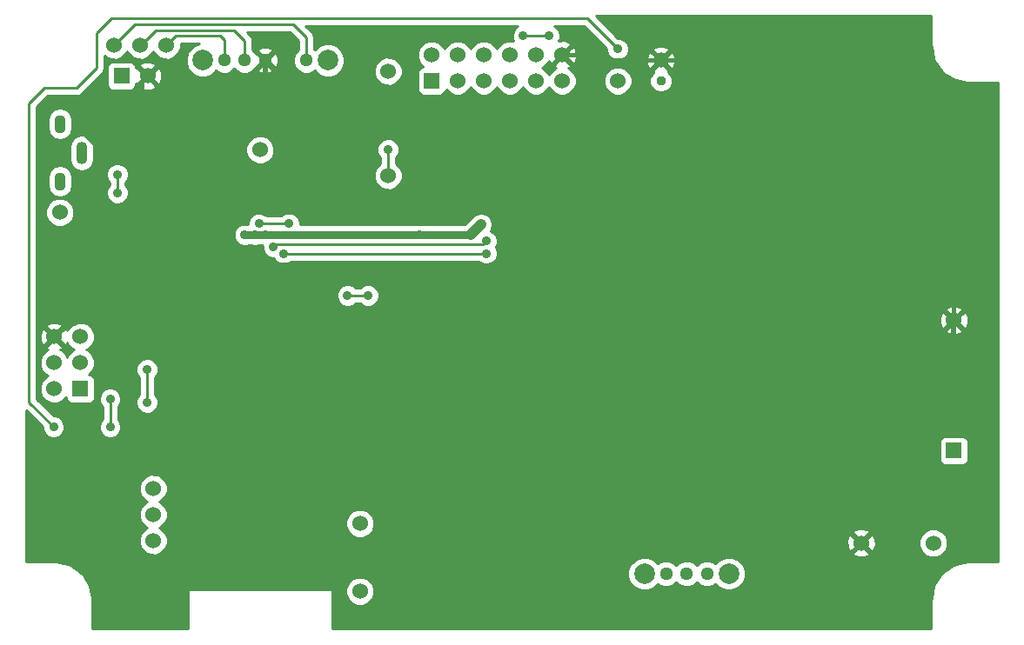
<source format=gbl>
%FSLAX34Y34*%
G04 Gerber Fmt 3.4, Leading zero omitted, Abs format*
G04 (created by PCBNEW (2014-jan-25)-product) date Sat 06 Jun 2015 15:54:02 BST*
%MOIN*%
G01*
G70*
G90*
G04 APERTURE LIST*
%ADD10C,0.005906*%
%ADD11R,0.060000X0.060000*%
%ADD12C,0.060000*%
%ADD13C,0.051200*%
%ADD14C,0.078700*%
%ADD15C,0.059055*%
%ADD16C,0.037402*%
%ADD17O,0.043300X0.070900*%
%ADD18O,0.043300X0.086600*%
%ADD19C,0.035000*%
%ADD20C,0.040315*%
%ADD21C,0.030000*%
%ADD22C,0.010000*%
%ADD23C,0.015000*%
%ADD24C,0.020157*%
G04 APERTURE END LIST*
G54D10*
G54D11*
X45669Y-53543D03*
G54D12*
X45669Y-48543D03*
G54D11*
X12204Y-51181D03*
G54D12*
X11204Y-51181D03*
X12204Y-50181D03*
X11204Y-50181D03*
X12204Y-49181D03*
X11204Y-49181D03*
G54D11*
X13779Y-39173D03*
G54D12*
X14779Y-39173D03*
X44881Y-57086D03*
X42125Y-57086D03*
X15000Y-57000D03*
X15000Y-55000D03*
X15000Y-56000D03*
X13500Y-38000D03*
X14500Y-38000D03*
X15500Y-38000D03*
X22913Y-56338D03*
X22913Y-58937D03*
X19094Y-42007D03*
X11417Y-44409D03*
X24000Y-43000D03*
X24000Y-39000D03*
X32795Y-39370D03*
G54D11*
X25665Y-39370D03*
G54D12*
X25665Y-38370D03*
X26665Y-39370D03*
X26665Y-38370D03*
X27665Y-39370D03*
X27665Y-38370D03*
X28665Y-38370D03*
X28665Y-39370D03*
X29665Y-38370D03*
X29665Y-39370D03*
X30665Y-38370D03*
X30665Y-39370D03*
G54D13*
X36220Y-58267D03*
X35433Y-58267D03*
X34645Y-58267D03*
G54D14*
X37047Y-58267D03*
X33818Y-58267D03*
G54D13*
X20866Y-38582D03*
X19291Y-38582D03*
X18503Y-38582D03*
G54D14*
X21693Y-38582D03*
X16889Y-38582D03*
G54D13*
X17716Y-38582D03*
G54D15*
X34448Y-38582D03*
G54D16*
X34448Y-39370D03*
G54D17*
X11417Y-43227D03*
X11417Y-41023D03*
G54D18*
X12263Y-42125D03*
G54D19*
X25196Y-45275D03*
X27559Y-44881D03*
X19291Y-45275D03*
X18503Y-45275D03*
X18897Y-45275D03*
X27165Y-45275D03*
X13622Y-43661D03*
X13622Y-42952D03*
X42125Y-55708D03*
X23228Y-46850D03*
X21653Y-39921D03*
X12165Y-41181D03*
X15354Y-53937D03*
X13031Y-53858D03*
X12598Y-46850D03*
X14566Y-39921D03*
X15748Y-39921D03*
X19291Y-39921D03*
X18110Y-39921D03*
X20669Y-44409D03*
X19291Y-44409D03*
X18031Y-43661D03*
X18031Y-44803D03*
X19173Y-46417D03*
X20590Y-46417D03*
X13779Y-45669D03*
X13779Y-46850D03*
X16535Y-51968D03*
X22440Y-51968D03*
X17716Y-51968D03*
X22834Y-55511D03*
X39763Y-55708D03*
X25196Y-55708D03*
X31889Y-57086D03*
X27952Y-57086D03*
X30511Y-57086D03*
X19606Y-45748D03*
X27755Y-45511D03*
X27755Y-45984D03*
X20000Y-45984D03*
X30157Y-37637D03*
X29173Y-37637D03*
X24000Y-42000D03*
X32795Y-38149D03*
X11181Y-52637D03*
X13346Y-52637D03*
X13346Y-51574D03*
X22440Y-47598D03*
X23228Y-47598D03*
X19055Y-44842D03*
X20196Y-44842D03*
X14763Y-50433D03*
X14763Y-51692D03*
G54D20*
X27559Y-44881D02*
X27165Y-45275D01*
G54D21*
X18897Y-45275D02*
X18503Y-45275D01*
X19291Y-45275D02*
X25196Y-45275D01*
X25196Y-45275D02*
X27165Y-45275D01*
X19291Y-45275D02*
X18897Y-45275D01*
G54D22*
X13622Y-42952D02*
X13622Y-43661D01*
G54D23*
X14566Y-39385D02*
X14779Y-39173D01*
X14566Y-39921D02*
X14566Y-39385D01*
X42913Y-55708D02*
X42913Y-55748D01*
X14779Y-39173D02*
X14779Y-39000D01*
X14779Y-39000D02*
X14566Y-39212D01*
G54D24*
X19291Y-44409D02*
X18779Y-44409D01*
X18779Y-44409D02*
X18031Y-43661D01*
X19291Y-39921D02*
X21653Y-39921D01*
X19291Y-38582D02*
X19291Y-39921D01*
X12598Y-46850D02*
X12598Y-43228D01*
X12913Y-41929D02*
X12165Y-41181D01*
X12913Y-42913D02*
X12913Y-41929D01*
X12598Y-43228D02*
X12913Y-42913D01*
X13425Y-39921D02*
X14566Y-39921D01*
X12165Y-41181D02*
X13425Y-39921D01*
G54D23*
X18110Y-39921D02*
X15748Y-39921D01*
X18031Y-44803D02*
X14645Y-44803D01*
X14645Y-44803D02*
X13779Y-45669D01*
X22440Y-51968D02*
X22440Y-48267D01*
X22440Y-48267D02*
X20590Y-46417D01*
X18031Y-44803D02*
X18031Y-45984D01*
X18464Y-46417D02*
X19173Y-46417D01*
X18031Y-45984D02*
X18464Y-46417D01*
X22834Y-55511D02*
X22834Y-52362D01*
X22834Y-52362D02*
X22440Y-51968D01*
X16535Y-51968D02*
X15354Y-53149D01*
X15354Y-53149D02*
X15354Y-53937D01*
X11204Y-49181D02*
X11204Y-49149D01*
X11204Y-49149D02*
X12598Y-47755D01*
X12598Y-47755D02*
X12598Y-46850D01*
X15629Y-52874D02*
X16535Y-51968D01*
X14015Y-52874D02*
X15629Y-52874D01*
X13031Y-53858D02*
X14015Y-52874D01*
X12598Y-46850D02*
X13779Y-46850D01*
X34448Y-38582D02*
X32480Y-38582D01*
X32267Y-38370D02*
X30665Y-38370D01*
X32480Y-38582D02*
X32267Y-38370D01*
G54D24*
X14566Y-39921D02*
X15748Y-39921D01*
X18110Y-39921D02*
X19291Y-39921D01*
X20669Y-44409D02*
X19291Y-44409D01*
X18031Y-44803D02*
X18031Y-43661D01*
X19173Y-46417D02*
X20590Y-46417D01*
X31889Y-57086D02*
X31889Y-56496D01*
X32677Y-55708D02*
X39763Y-55708D01*
X31889Y-56496D02*
X32677Y-55708D01*
X27952Y-57086D02*
X27952Y-56496D01*
X27165Y-55708D02*
X25196Y-55708D01*
X27952Y-56496D02*
X27165Y-55708D01*
X39763Y-55708D02*
X42125Y-55708D01*
X42125Y-55708D02*
X42913Y-55708D01*
X42913Y-55708D02*
X43897Y-55708D01*
X43897Y-55708D02*
X44488Y-55118D01*
X44488Y-55118D02*
X44488Y-53149D01*
X44488Y-53149D02*
X45669Y-51968D01*
X45669Y-51968D02*
X45669Y-48543D01*
G54D23*
X13779Y-45669D02*
X13779Y-46850D01*
X16535Y-51968D02*
X17716Y-51968D01*
X22440Y-51968D02*
X17716Y-51968D01*
X34448Y-38582D02*
X42598Y-38582D01*
X42598Y-38582D02*
X45669Y-41653D01*
X45669Y-41653D02*
X45669Y-48543D01*
X22834Y-55511D02*
X23031Y-55708D01*
X23031Y-55708D02*
X25196Y-55708D01*
X31889Y-57086D02*
X30511Y-57086D01*
X27952Y-57086D02*
X30511Y-57086D01*
G54D22*
X19724Y-45629D02*
X19606Y-45748D01*
X27637Y-45629D02*
X19724Y-45629D01*
X27755Y-45511D02*
X27637Y-45629D01*
X27755Y-45984D02*
X20000Y-45984D01*
X29173Y-37637D02*
X30157Y-37637D01*
X24000Y-42000D02*
X24000Y-43000D01*
X31614Y-36968D02*
X32795Y-38149D01*
X13385Y-36968D02*
X31614Y-36968D01*
X12834Y-37519D02*
X13385Y-36968D01*
X12834Y-38858D02*
X12834Y-37519D01*
X12047Y-39645D02*
X12834Y-38858D01*
X10826Y-39645D02*
X12047Y-39645D01*
X10236Y-40236D02*
X10826Y-39645D01*
X10236Y-51692D02*
X10236Y-40236D01*
X11181Y-52637D02*
X10236Y-51692D01*
X13346Y-51574D02*
X13346Y-52637D01*
X23228Y-47598D02*
X22440Y-47598D01*
X19055Y-44842D02*
X20196Y-44842D01*
X14763Y-50433D02*
X14763Y-51692D01*
X20866Y-38582D02*
X20866Y-37716D01*
X14295Y-37204D02*
X13500Y-38000D01*
X20354Y-37204D02*
X14295Y-37204D01*
X20866Y-37716D02*
X20354Y-37204D01*
X14500Y-38000D02*
X14519Y-38000D01*
X14519Y-38000D02*
X15078Y-37440D01*
X15078Y-37440D02*
X18110Y-37440D01*
X18110Y-37440D02*
X18503Y-37834D01*
X18503Y-37834D02*
X18503Y-38582D01*
X17716Y-38582D02*
X17716Y-37795D01*
X15859Y-37640D02*
X15500Y-38000D01*
X17562Y-37640D02*
X15859Y-37640D01*
X17716Y-37795D02*
X17562Y-37640D01*
G54D10*
G36*
X47368Y-57801D02*
X46259Y-57801D01*
X46233Y-57806D01*
X46224Y-57806D01*
X46224Y-48625D01*
X46213Y-48406D01*
X46150Y-48255D01*
X46055Y-48228D01*
X45984Y-48298D01*
X45984Y-48157D01*
X45957Y-48062D01*
X45751Y-47988D01*
X45532Y-47999D01*
X45381Y-48062D01*
X45354Y-48157D01*
X45669Y-48472D01*
X45984Y-48157D01*
X45984Y-48298D01*
X45740Y-48543D01*
X46055Y-48858D01*
X46150Y-48831D01*
X46224Y-48625D01*
X46224Y-57806D01*
X46219Y-57806D01*
X46219Y-53893D01*
X46219Y-53793D01*
X46219Y-53193D01*
X46181Y-53101D01*
X46110Y-53031D01*
X46019Y-52993D01*
X45984Y-52993D01*
X45984Y-48929D01*
X45669Y-48614D01*
X45598Y-48684D01*
X45598Y-48543D01*
X45283Y-48228D01*
X45188Y-48255D01*
X45114Y-48461D01*
X45125Y-48680D01*
X45188Y-48831D01*
X45283Y-48858D01*
X45598Y-48543D01*
X45598Y-48684D01*
X45354Y-48929D01*
X45381Y-49024D01*
X45587Y-49098D01*
X45806Y-49087D01*
X45957Y-49024D01*
X45984Y-48929D01*
X45984Y-52993D01*
X45919Y-52993D01*
X45319Y-52993D01*
X45227Y-53031D01*
X45157Y-53101D01*
X45119Y-53193D01*
X45119Y-53293D01*
X45119Y-53893D01*
X45157Y-53984D01*
X45227Y-54055D01*
X45319Y-54093D01*
X45419Y-54093D01*
X46019Y-54093D01*
X46110Y-54055D01*
X46181Y-53984D01*
X46219Y-53893D01*
X46219Y-57806D01*
X46207Y-57806D01*
X45755Y-57896D01*
X45686Y-57924D01*
X45658Y-57936D01*
X45431Y-58087D01*
X45431Y-56977D01*
X45348Y-56775D01*
X45193Y-56620D01*
X44991Y-56536D01*
X44772Y-56536D01*
X44570Y-56620D01*
X44415Y-56774D01*
X44331Y-56976D01*
X44331Y-57195D01*
X44415Y-57397D01*
X44569Y-57552D01*
X44772Y-57636D01*
X44990Y-57636D01*
X45193Y-57553D01*
X45347Y-57398D01*
X45431Y-57196D01*
X45431Y-56977D01*
X45431Y-58087D01*
X45274Y-58192D01*
X45237Y-58229D01*
X45200Y-58266D01*
X44944Y-58650D01*
X44904Y-58747D01*
X44814Y-59199D01*
X44814Y-59225D01*
X44809Y-59251D01*
X44809Y-60360D01*
X42680Y-60360D01*
X42680Y-57168D01*
X42669Y-56949D01*
X42607Y-56798D01*
X42511Y-56771D01*
X42441Y-56842D01*
X42441Y-56700D01*
X42413Y-56605D01*
X42207Y-56531D01*
X41989Y-56542D01*
X41838Y-56605D01*
X41810Y-56700D01*
X42125Y-57015D01*
X42441Y-56700D01*
X42441Y-56842D01*
X42196Y-57086D01*
X42511Y-57401D01*
X42607Y-57374D01*
X42680Y-57168D01*
X42680Y-60360D01*
X42441Y-60360D01*
X42441Y-57472D01*
X42125Y-57157D01*
X42055Y-57228D01*
X42055Y-57086D01*
X41740Y-56771D01*
X41644Y-56798D01*
X41571Y-57004D01*
X41582Y-57223D01*
X41644Y-57374D01*
X41740Y-57401D01*
X42055Y-57086D01*
X42055Y-57228D01*
X41810Y-57472D01*
X41838Y-57567D01*
X42044Y-57641D01*
X42262Y-57630D01*
X42413Y-57567D01*
X42441Y-57472D01*
X42441Y-60360D01*
X37690Y-60360D01*
X37690Y-58140D01*
X37592Y-57903D01*
X37412Y-57722D01*
X37175Y-57624D01*
X36919Y-57624D01*
X36683Y-57721D01*
X36536Y-57868D01*
X36507Y-57839D01*
X36321Y-57761D01*
X36119Y-57761D01*
X35933Y-57838D01*
X35826Y-57945D01*
X35720Y-57839D01*
X35534Y-57761D01*
X35332Y-57761D01*
X35146Y-57838D01*
X35039Y-57946D01*
X34998Y-57905D01*
X34998Y-38663D01*
X34987Y-38446D01*
X34926Y-38297D01*
X34831Y-38270D01*
X34760Y-38341D01*
X34760Y-38200D01*
X34733Y-38105D01*
X34529Y-38032D01*
X34312Y-38043D01*
X34163Y-38105D01*
X34137Y-38200D01*
X34448Y-38511D01*
X34760Y-38200D01*
X34760Y-38341D01*
X34519Y-38582D01*
X34831Y-38894D01*
X34926Y-38867D01*
X34998Y-38663D01*
X34998Y-57905D01*
X34932Y-57839D01*
X34885Y-57819D01*
X34885Y-39283D01*
X34819Y-39122D01*
X34738Y-39042D01*
X34760Y-38965D01*
X34448Y-38653D01*
X34378Y-38724D01*
X34378Y-38582D01*
X34066Y-38270D01*
X33971Y-38297D01*
X33898Y-38502D01*
X33909Y-38718D01*
X33971Y-38867D01*
X34066Y-38894D01*
X34378Y-38582D01*
X34378Y-38724D01*
X34137Y-38965D01*
X34158Y-39042D01*
X34078Y-39122D01*
X34011Y-39282D01*
X34011Y-39456D01*
X34078Y-39617D01*
X34200Y-39740D01*
X34361Y-39807D01*
X34535Y-39807D01*
X34696Y-39740D01*
X34819Y-39617D01*
X34885Y-39457D01*
X34885Y-39283D01*
X34885Y-57819D01*
X34746Y-57761D01*
X34544Y-57761D01*
X34358Y-57838D01*
X34328Y-57868D01*
X34183Y-57722D01*
X33946Y-57624D01*
X33690Y-57624D01*
X33454Y-57721D01*
X33345Y-57830D01*
X33345Y-39261D01*
X33261Y-39058D01*
X33107Y-38904D01*
X32905Y-38820D01*
X32686Y-38819D01*
X32484Y-38903D01*
X32329Y-39058D01*
X32245Y-39260D01*
X32245Y-39479D01*
X32328Y-39681D01*
X32483Y-39836D01*
X32685Y-39919D01*
X32904Y-39920D01*
X33106Y-39836D01*
X33261Y-39682D01*
X33345Y-39479D01*
X33345Y-39261D01*
X33345Y-57830D01*
X33272Y-57902D01*
X33174Y-58139D01*
X33174Y-58395D01*
X33272Y-58631D01*
X33453Y-58812D01*
X33689Y-58911D01*
X33945Y-58911D01*
X34182Y-58813D01*
X34328Y-58667D01*
X34358Y-58696D01*
X34543Y-58773D01*
X34745Y-58773D01*
X34931Y-58696D01*
X35039Y-58589D01*
X35146Y-58696D01*
X35331Y-58773D01*
X35533Y-58773D01*
X35719Y-58696D01*
X35826Y-58589D01*
X35933Y-58696D01*
X36118Y-58773D01*
X36320Y-58773D01*
X36506Y-58696D01*
X36536Y-58666D01*
X36682Y-58812D01*
X36918Y-58911D01*
X37174Y-58911D01*
X37411Y-58813D01*
X37592Y-58632D01*
X37690Y-58396D01*
X37690Y-58140D01*
X37690Y-60360D01*
X31220Y-60360D01*
X31220Y-38451D01*
X31209Y-38233D01*
X31146Y-38082D01*
X31051Y-38054D01*
X30736Y-38370D01*
X31051Y-38685D01*
X31146Y-38657D01*
X31220Y-38451D01*
X31220Y-60360D01*
X28180Y-60360D01*
X28180Y-45900D01*
X28118Y-45747D01*
X28180Y-45596D01*
X28180Y-45427D01*
X28116Y-45271D01*
X27996Y-45151D01*
X27930Y-45123D01*
X27976Y-45054D01*
X28010Y-44881D01*
X27976Y-44709D01*
X27878Y-44562D01*
X27731Y-44464D01*
X27559Y-44430D01*
X27386Y-44464D01*
X27239Y-44562D01*
X26926Y-44875D01*
X25341Y-44875D01*
X25281Y-44850D01*
X25112Y-44850D01*
X25052Y-44875D01*
X24550Y-44875D01*
X24550Y-42891D01*
X24550Y-38891D01*
X24466Y-38688D01*
X24311Y-38534D01*
X24109Y-38450D01*
X23891Y-38449D01*
X23688Y-38533D01*
X23534Y-38688D01*
X23450Y-38890D01*
X23449Y-39108D01*
X23533Y-39311D01*
X23688Y-39465D01*
X23890Y-39549D01*
X24108Y-39550D01*
X24311Y-39466D01*
X24465Y-39311D01*
X24549Y-39109D01*
X24550Y-38891D01*
X24550Y-42891D01*
X24466Y-42688D01*
X24311Y-42534D01*
X24300Y-42529D01*
X24300Y-42301D01*
X24360Y-42241D01*
X24424Y-42084D01*
X24425Y-41915D01*
X24360Y-41759D01*
X24241Y-41639D01*
X24084Y-41575D01*
X23915Y-41574D01*
X23759Y-41639D01*
X23639Y-41758D01*
X23575Y-41915D01*
X23574Y-42084D01*
X23639Y-42240D01*
X23700Y-42301D01*
X23700Y-42528D01*
X23688Y-42533D01*
X23534Y-42688D01*
X23450Y-42890D01*
X23449Y-43108D01*
X23533Y-43311D01*
X23688Y-43465D01*
X23890Y-43549D01*
X24108Y-43550D01*
X24311Y-43466D01*
X24465Y-43311D01*
X24549Y-43109D01*
X24550Y-42891D01*
X24550Y-44875D01*
X20621Y-44875D01*
X20621Y-44758D01*
X20557Y-44602D01*
X20437Y-44482D01*
X20281Y-44417D01*
X20112Y-44417D01*
X19956Y-44482D01*
X19895Y-44542D01*
X19802Y-44542D01*
X19802Y-38653D01*
X19790Y-38452D01*
X19736Y-38321D01*
X19645Y-38299D01*
X19574Y-38370D01*
X19574Y-38228D01*
X19552Y-38137D01*
X19362Y-38071D01*
X19161Y-38083D01*
X19029Y-38137D01*
X19008Y-38228D01*
X19291Y-38511D01*
X19574Y-38228D01*
X19574Y-38370D01*
X19362Y-38582D01*
X19645Y-38865D01*
X19736Y-38844D01*
X19802Y-38653D01*
X19802Y-44542D01*
X19644Y-44542D01*
X19644Y-41898D01*
X19574Y-41729D01*
X19574Y-38936D01*
X19291Y-38653D01*
X19008Y-38936D01*
X19029Y-39027D01*
X19220Y-39093D01*
X19421Y-39082D01*
X19552Y-39027D01*
X19574Y-38936D01*
X19574Y-41729D01*
X19561Y-41696D01*
X19406Y-41541D01*
X19204Y-41457D01*
X18985Y-41457D01*
X18783Y-41541D01*
X18628Y-41695D01*
X18544Y-41897D01*
X18544Y-42116D01*
X18627Y-42319D01*
X18782Y-42473D01*
X18984Y-42557D01*
X19203Y-42557D01*
X19405Y-42474D01*
X19560Y-42319D01*
X19644Y-42117D01*
X19644Y-41898D01*
X19644Y-44542D01*
X19356Y-44542D01*
X19296Y-44482D01*
X19140Y-44417D01*
X18970Y-44417D01*
X18814Y-44482D01*
X18695Y-44601D01*
X18630Y-44757D01*
X18630Y-44867D01*
X18588Y-44850D01*
X18419Y-44850D01*
X18263Y-44915D01*
X18143Y-45034D01*
X18079Y-45190D01*
X18078Y-45359D01*
X18143Y-45516D01*
X18262Y-45635D01*
X18419Y-45700D01*
X18588Y-45700D01*
X18648Y-45675D01*
X18752Y-45675D01*
X18812Y-45700D01*
X18981Y-45700D01*
X19042Y-45675D01*
X19146Y-45675D01*
X19181Y-45690D01*
X19181Y-45832D01*
X19245Y-45988D01*
X19365Y-46108D01*
X19521Y-46172D01*
X19618Y-46173D01*
X19639Y-46224D01*
X19758Y-46344D01*
X19915Y-46409D01*
X20084Y-46409D01*
X20240Y-46344D01*
X20301Y-46284D01*
X27454Y-46284D01*
X27514Y-46344D01*
X27670Y-46409D01*
X27840Y-46409D01*
X27996Y-46344D01*
X28115Y-46225D01*
X28180Y-46069D01*
X28180Y-45900D01*
X28180Y-60360D01*
X23653Y-60360D01*
X23653Y-47514D01*
X23588Y-47357D01*
X23469Y-47238D01*
X23313Y-47173D01*
X23144Y-47173D01*
X22987Y-47237D01*
X22927Y-47298D01*
X22741Y-47298D01*
X22682Y-47238D01*
X22525Y-47173D01*
X22356Y-47173D01*
X22200Y-47237D01*
X22080Y-47357D01*
X22016Y-47513D01*
X22015Y-47682D01*
X22080Y-47838D01*
X22199Y-47958D01*
X22356Y-48023D01*
X22525Y-48023D01*
X22681Y-47958D01*
X22741Y-47898D01*
X22927Y-47898D01*
X22987Y-47958D01*
X23143Y-48023D01*
X23312Y-48023D01*
X23468Y-47958D01*
X23588Y-47839D01*
X23653Y-47683D01*
X23653Y-47514D01*
X23653Y-60360D01*
X23463Y-60360D01*
X23463Y-58828D01*
X23463Y-56229D01*
X23379Y-56027D01*
X23225Y-55872D01*
X23023Y-55788D01*
X22804Y-55788D01*
X22602Y-55872D01*
X22447Y-56026D01*
X22363Y-56228D01*
X22363Y-56447D01*
X22446Y-56649D01*
X22601Y-56804D01*
X22803Y-56888D01*
X23022Y-56888D01*
X23224Y-56805D01*
X23379Y-56650D01*
X23463Y-56448D01*
X23463Y-56229D01*
X23463Y-58828D01*
X23379Y-58625D01*
X23225Y-58471D01*
X23023Y-58387D01*
X22804Y-58386D01*
X22602Y-58470D01*
X22447Y-58625D01*
X22363Y-58827D01*
X22363Y-59045D01*
X22446Y-59248D01*
X22601Y-59403D01*
X22803Y-59486D01*
X23022Y-59487D01*
X23224Y-59403D01*
X23379Y-59248D01*
X23463Y-59046D01*
X23463Y-58828D01*
X23463Y-60360D01*
X21853Y-60360D01*
X21853Y-58855D01*
X16335Y-58855D01*
X16335Y-60360D01*
X15550Y-60360D01*
X15550Y-56891D01*
X15466Y-56688D01*
X15311Y-56534D01*
X15230Y-56500D01*
X15311Y-56466D01*
X15465Y-56311D01*
X15549Y-56109D01*
X15550Y-55891D01*
X15466Y-55688D01*
X15311Y-55534D01*
X15230Y-55500D01*
X15311Y-55466D01*
X15465Y-55311D01*
X15549Y-55109D01*
X15550Y-54891D01*
X15466Y-54688D01*
X15334Y-54556D01*
X15334Y-39254D01*
X15323Y-39036D01*
X15260Y-38885D01*
X15165Y-38858D01*
X15094Y-38928D01*
X15094Y-38787D01*
X15067Y-38691D01*
X14861Y-38618D01*
X14642Y-38629D01*
X14491Y-38691D01*
X14464Y-38787D01*
X14779Y-39102D01*
X15094Y-38787D01*
X15094Y-38928D01*
X14850Y-39173D01*
X15165Y-39488D01*
X15260Y-39461D01*
X15334Y-39254D01*
X15334Y-54556D01*
X15311Y-54534D01*
X15188Y-54482D01*
X15188Y-51608D01*
X15124Y-51452D01*
X15063Y-51391D01*
X15063Y-50734D01*
X15123Y-50674D01*
X15188Y-50517D01*
X15188Y-50348D01*
X15124Y-50192D01*
X15094Y-50163D01*
X15094Y-39559D01*
X14779Y-39243D01*
X14708Y-39314D01*
X14708Y-39173D01*
X14393Y-38858D01*
X14329Y-38876D01*
X14329Y-38823D01*
X14291Y-38731D01*
X14221Y-38661D01*
X14129Y-38623D01*
X14029Y-38623D01*
X13429Y-38623D01*
X13337Y-38661D01*
X13267Y-38731D01*
X13229Y-38823D01*
X13229Y-38922D01*
X13229Y-39522D01*
X13267Y-39614D01*
X13337Y-39685D01*
X13429Y-39723D01*
X13529Y-39723D01*
X14129Y-39723D01*
X14221Y-39685D01*
X14291Y-39614D01*
X14329Y-39522D01*
X14329Y-39470D01*
X14393Y-39488D01*
X14708Y-39173D01*
X14708Y-39314D01*
X14464Y-39559D01*
X14491Y-39654D01*
X14697Y-39728D01*
X14916Y-39717D01*
X15067Y-39654D01*
X15094Y-39559D01*
X15094Y-50163D01*
X15004Y-50072D01*
X14848Y-50008D01*
X14679Y-50007D01*
X14523Y-50072D01*
X14403Y-50192D01*
X14338Y-50348D01*
X14338Y-50517D01*
X14403Y-50673D01*
X14463Y-50734D01*
X14463Y-51391D01*
X14403Y-51451D01*
X14338Y-51608D01*
X14338Y-51777D01*
X14403Y-51933D01*
X14522Y-52053D01*
X14678Y-52117D01*
X14847Y-52117D01*
X15004Y-52053D01*
X15123Y-51933D01*
X15188Y-51777D01*
X15188Y-51608D01*
X15188Y-54482D01*
X15109Y-54450D01*
X14891Y-54449D01*
X14688Y-54533D01*
X14534Y-54688D01*
X14450Y-54890D01*
X14449Y-55108D01*
X14533Y-55311D01*
X14688Y-55465D01*
X14769Y-55499D01*
X14688Y-55533D01*
X14534Y-55688D01*
X14450Y-55890D01*
X14449Y-56108D01*
X14533Y-56311D01*
X14688Y-56465D01*
X14769Y-56499D01*
X14688Y-56533D01*
X14534Y-56688D01*
X14450Y-56890D01*
X14449Y-57108D01*
X14533Y-57311D01*
X14688Y-57465D01*
X14890Y-57549D01*
X15108Y-57550D01*
X15311Y-57466D01*
X15465Y-57311D01*
X15549Y-57109D01*
X15550Y-56891D01*
X15550Y-60360D01*
X14047Y-60360D01*
X14047Y-43577D01*
X13982Y-43420D01*
X13922Y-43360D01*
X13922Y-43253D01*
X13982Y-43193D01*
X14046Y-43037D01*
X14047Y-42868D01*
X13982Y-42712D01*
X13863Y-42592D01*
X13706Y-42527D01*
X13537Y-42527D01*
X13381Y-42592D01*
X13261Y-42711D01*
X13197Y-42867D01*
X13196Y-43036D01*
X13261Y-43193D01*
X13322Y-43253D01*
X13322Y-43360D01*
X13261Y-43420D01*
X13197Y-43576D01*
X13196Y-43745D01*
X13261Y-43901D01*
X13380Y-44021D01*
X13537Y-44086D01*
X13706Y-44086D01*
X13862Y-44021D01*
X13982Y-43902D01*
X14046Y-43746D01*
X14047Y-43577D01*
X14047Y-60360D01*
X13771Y-60360D01*
X13771Y-52553D01*
X13706Y-52397D01*
X13646Y-52336D01*
X13646Y-51875D01*
X13706Y-51815D01*
X13771Y-51659D01*
X13771Y-51490D01*
X13706Y-51334D01*
X13587Y-51214D01*
X13431Y-51149D01*
X13262Y-51149D01*
X13106Y-51214D01*
X12986Y-51333D01*
X12921Y-51489D01*
X12921Y-51658D01*
X12985Y-51815D01*
X13046Y-51875D01*
X13046Y-52336D01*
X12986Y-52396D01*
X12921Y-52552D01*
X12921Y-52721D01*
X12985Y-52878D01*
X13105Y-52997D01*
X13261Y-53062D01*
X13430Y-53062D01*
X13586Y-52998D01*
X13706Y-52878D01*
X13771Y-52722D01*
X13771Y-52553D01*
X13771Y-60360D01*
X12754Y-60360D01*
X12754Y-50072D01*
X12671Y-49869D01*
X12516Y-49715D01*
X12434Y-49681D01*
X12515Y-49647D01*
X12670Y-49493D01*
X12754Y-49290D01*
X12754Y-49072D01*
X12729Y-49011D01*
X12729Y-42355D01*
X12729Y-41896D01*
X12694Y-41717D01*
X12593Y-41566D01*
X12441Y-41465D01*
X12263Y-41429D01*
X12084Y-41465D01*
X11933Y-41566D01*
X11883Y-41640D01*
X11883Y-41173D01*
X11883Y-40874D01*
X11848Y-40695D01*
X11747Y-40544D01*
X11595Y-40443D01*
X11417Y-40407D01*
X11238Y-40443D01*
X11087Y-40544D01*
X10986Y-40695D01*
X10950Y-40874D01*
X10950Y-41173D01*
X10986Y-41352D01*
X11087Y-41503D01*
X11238Y-41604D01*
X11417Y-41640D01*
X11595Y-41604D01*
X11747Y-41503D01*
X11848Y-41352D01*
X11883Y-41173D01*
X11883Y-41640D01*
X11832Y-41717D01*
X11796Y-41896D01*
X11796Y-42355D01*
X11832Y-42534D01*
X11933Y-42685D01*
X12084Y-42786D01*
X12263Y-42822D01*
X12441Y-42786D01*
X12593Y-42685D01*
X12694Y-42534D01*
X12729Y-42355D01*
X12729Y-49011D01*
X12671Y-48869D01*
X12516Y-48715D01*
X12314Y-48631D01*
X12095Y-48631D01*
X11967Y-48684D01*
X11967Y-44300D01*
X11883Y-44098D01*
X11883Y-44098D01*
X11883Y-43377D01*
X11883Y-43078D01*
X11848Y-42899D01*
X11747Y-42748D01*
X11595Y-42647D01*
X11417Y-42611D01*
X11238Y-42647D01*
X11087Y-42748D01*
X10986Y-42899D01*
X10950Y-43078D01*
X10950Y-43377D01*
X10986Y-43556D01*
X11087Y-43707D01*
X11238Y-43808D01*
X11417Y-43844D01*
X11595Y-43808D01*
X11747Y-43707D01*
X11848Y-43556D01*
X11883Y-43377D01*
X11883Y-44098D01*
X11729Y-43943D01*
X11527Y-43859D01*
X11308Y-43859D01*
X11106Y-43942D01*
X10951Y-44097D01*
X10867Y-44299D01*
X10867Y-44518D01*
X10950Y-44720D01*
X11105Y-44875D01*
X11307Y-44959D01*
X11526Y-44959D01*
X11728Y-44875D01*
X11883Y-44721D01*
X11967Y-44519D01*
X11967Y-44300D01*
X11967Y-48684D01*
X11893Y-48714D01*
X11738Y-48869D01*
X11707Y-48944D01*
X11685Y-48893D01*
X11590Y-48865D01*
X11519Y-48936D01*
X11519Y-48795D01*
X11492Y-48699D01*
X11286Y-48626D01*
X11067Y-48637D01*
X10916Y-48699D01*
X10889Y-48795D01*
X11204Y-49110D01*
X11519Y-48795D01*
X11519Y-48936D01*
X11275Y-49181D01*
X11590Y-49496D01*
X11685Y-49468D01*
X11705Y-49413D01*
X11738Y-49492D01*
X11892Y-49647D01*
X11974Y-49681D01*
X11893Y-49714D01*
X11738Y-49869D01*
X11704Y-49950D01*
X11671Y-49869D01*
X11516Y-49715D01*
X11441Y-49683D01*
X11492Y-49662D01*
X11519Y-49567D01*
X11204Y-49251D01*
X11134Y-49322D01*
X11134Y-49181D01*
X10818Y-48865D01*
X10723Y-48893D01*
X10649Y-49099D01*
X10660Y-49317D01*
X10723Y-49468D01*
X10818Y-49496D01*
X11134Y-49181D01*
X11134Y-49322D01*
X10889Y-49567D01*
X10916Y-49662D01*
X10972Y-49682D01*
X10893Y-49714D01*
X10738Y-49869D01*
X10654Y-50071D01*
X10654Y-50290D01*
X10738Y-50492D01*
X10892Y-50647D01*
X10974Y-50681D01*
X10893Y-50714D01*
X10738Y-50869D01*
X10654Y-51071D01*
X10654Y-51290D01*
X10738Y-51492D01*
X10892Y-51647D01*
X11094Y-51731D01*
X11313Y-51731D01*
X11515Y-51647D01*
X11654Y-51509D01*
X11654Y-51530D01*
X11692Y-51622D01*
X11763Y-51693D01*
X11854Y-51731D01*
X11954Y-51731D01*
X12554Y-51731D01*
X12646Y-51693D01*
X12716Y-51622D01*
X12754Y-51530D01*
X12754Y-51431D01*
X12754Y-50831D01*
X12716Y-50739D01*
X12646Y-50669D01*
X12554Y-50631D01*
X12532Y-50631D01*
X12670Y-50493D01*
X12754Y-50290D01*
X12754Y-50072D01*
X12754Y-60360D01*
X12671Y-60360D01*
X12671Y-59251D01*
X12666Y-59225D01*
X12666Y-59199D01*
X12576Y-58747D01*
X12547Y-58678D01*
X12535Y-58650D01*
X12535Y-58650D01*
X12279Y-58266D01*
X12279Y-58266D01*
X12242Y-58229D01*
X12205Y-58192D01*
X11822Y-57936D01*
X11725Y-57896D01*
X11273Y-57806D01*
X11246Y-57806D01*
X11220Y-57801D01*
X10112Y-57801D01*
X10112Y-51993D01*
X10756Y-52637D01*
X10756Y-52721D01*
X10820Y-52878D01*
X10940Y-52997D01*
X11096Y-53062D01*
X11265Y-53062D01*
X11421Y-52998D01*
X11541Y-52878D01*
X11606Y-52722D01*
X11606Y-52553D01*
X11541Y-52397D01*
X11422Y-52277D01*
X11266Y-52212D01*
X11180Y-52212D01*
X10536Y-51568D01*
X10536Y-40360D01*
X10951Y-39945D01*
X12047Y-39945D01*
X12047Y-39945D01*
X12162Y-39922D01*
X12162Y-39922D01*
X12259Y-39857D01*
X13046Y-39070D01*
X13111Y-38973D01*
X13134Y-38858D01*
X13134Y-38858D01*
X13134Y-38412D01*
X13188Y-38465D01*
X13390Y-38549D01*
X13608Y-38550D01*
X13811Y-38466D01*
X13965Y-38311D01*
X13999Y-38230D01*
X14033Y-38311D01*
X14188Y-38465D01*
X14390Y-38549D01*
X14608Y-38550D01*
X14811Y-38466D01*
X14965Y-38311D01*
X14999Y-38230D01*
X15033Y-38311D01*
X15188Y-38465D01*
X15390Y-38549D01*
X15608Y-38550D01*
X15811Y-38466D01*
X15965Y-38311D01*
X16049Y-38109D01*
X16050Y-37940D01*
X16757Y-37940D01*
X16525Y-38036D01*
X16344Y-38217D01*
X16245Y-38454D01*
X16245Y-38710D01*
X16343Y-38946D01*
X16524Y-39127D01*
X16760Y-39226D01*
X17016Y-39226D01*
X17253Y-39128D01*
X17400Y-38982D01*
X17429Y-39011D01*
X17615Y-39088D01*
X17816Y-39088D01*
X18002Y-39011D01*
X18109Y-38904D01*
X18216Y-39011D01*
X18402Y-39088D01*
X18603Y-39088D01*
X18789Y-39011D01*
X18932Y-38869D01*
X18933Y-38865D01*
X18937Y-38865D01*
X19220Y-38582D01*
X18937Y-38299D01*
X18934Y-38300D01*
X18932Y-38296D01*
X18803Y-38166D01*
X18803Y-37834D01*
X18780Y-37719D01*
X18780Y-37719D01*
X18715Y-37621D01*
X18598Y-37504D01*
X20230Y-37504D01*
X20566Y-37840D01*
X20566Y-38167D01*
X20437Y-38295D01*
X20360Y-38481D01*
X20360Y-38682D01*
X20437Y-38868D01*
X20579Y-39011D01*
X20765Y-39088D01*
X20966Y-39088D01*
X21152Y-39011D01*
X21182Y-38981D01*
X21328Y-39127D01*
X21564Y-39226D01*
X21820Y-39226D01*
X22057Y-39128D01*
X22238Y-38947D01*
X22336Y-38711D01*
X22336Y-38455D01*
X22239Y-38218D01*
X22058Y-38037D01*
X21821Y-37939D01*
X21565Y-37939D01*
X21329Y-38036D01*
X21182Y-38183D01*
X21166Y-38166D01*
X21166Y-37716D01*
X21143Y-37601D01*
X21143Y-37601D01*
X21117Y-37562D01*
X21078Y-37504D01*
X20842Y-37268D01*
X28954Y-37268D01*
X28932Y-37277D01*
X28813Y-37396D01*
X28748Y-37552D01*
X28748Y-37721D01*
X28791Y-37826D01*
X28775Y-37820D01*
X28556Y-37819D01*
X28354Y-37903D01*
X28199Y-38058D01*
X28165Y-38139D01*
X28131Y-38058D01*
X27977Y-37904D01*
X27775Y-37820D01*
X27556Y-37819D01*
X27354Y-37903D01*
X27199Y-38058D01*
X27165Y-38139D01*
X27131Y-38058D01*
X26977Y-37904D01*
X26775Y-37820D01*
X26556Y-37819D01*
X26354Y-37903D01*
X26199Y-38058D01*
X26165Y-38139D01*
X26131Y-38058D01*
X25977Y-37904D01*
X25775Y-37820D01*
X25556Y-37819D01*
X25354Y-37903D01*
X25199Y-38058D01*
X25115Y-38260D01*
X25115Y-38479D01*
X25198Y-38681D01*
X25337Y-38820D01*
X25315Y-38820D01*
X25223Y-38858D01*
X25153Y-38928D01*
X25115Y-39020D01*
X25115Y-39119D01*
X25115Y-39719D01*
X25153Y-39811D01*
X25223Y-39882D01*
X25315Y-39920D01*
X25415Y-39920D01*
X26015Y-39920D01*
X26106Y-39882D01*
X26177Y-39811D01*
X26215Y-39719D01*
X26215Y-39697D01*
X26353Y-39836D01*
X26555Y-39919D01*
X26774Y-39920D01*
X26976Y-39836D01*
X27131Y-39682D01*
X27165Y-39600D01*
X27198Y-39681D01*
X27353Y-39836D01*
X27555Y-39919D01*
X27774Y-39920D01*
X27976Y-39836D01*
X28131Y-39682D01*
X28165Y-39600D01*
X28198Y-39681D01*
X28353Y-39836D01*
X28555Y-39919D01*
X28774Y-39920D01*
X28976Y-39836D01*
X29131Y-39682D01*
X29165Y-39600D01*
X29198Y-39681D01*
X29353Y-39836D01*
X29555Y-39919D01*
X29774Y-39920D01*
X29976Y-39836D01*
X30131Y-39682D01*
X30165Y-39600D01*
X30198Y-39681D01*
X30353Y-39836D01*
X30555Y-39919D01*
X30774Y-39920D01*
X30976Y-39836D01*
X31131Y-39682D01*
X31215Y-39479D01*
X31215Y-39261D01*
X31131Y-39058D01*
X30977Y-38904D01*
X30901Y-38872D01*
X30953Y-38851D01*
X30980Y-38755D01*
X30665Y-38440D01*
X30350Y-38755D01*
X30377Y-38851D01*
X30432Y-38871D01*
X30354Y-38903D01*
X30199Y-39058D01*
X30165Y-39139D01*
X30131Y-39058D01*
X29977Y-38904D01*
X29895Y-38870D01*
X29976Y-38836D01*
X30131Y-38682D01*
X30162Y-38606D01*
X30184Y-38657D01*
X30279Y-38685D01*
X30594Y-38370D01*
X30589Y-38364D01*
X30659Y-38293D01*
X30665Y-38299D01*
X30980Y-37984D01*
X30953Y-37888D01*
X30747Y-37815D01*
X30539Y-37825D01*
X30582Y-37722D01*
X30582Y-37553D01*
X30517Y-37397D01*
X30398Y-37277D01*
X30376Y-37268D01*
X31489Y-37268D01*
X32370Y-38148D01*
X32370Y-38233D01*
X32434Y-38390D01*
X32554Y-38509D01*
X32710Y-38574D01*
X32879Y-38574D01*
X33035Y-38510D01*
X33155Y-38390D01*
X33220Y-38234D01*
X33220Y-38065D01*
X33155Y-37909D01*
X33036Y-37789D01*
X32880Y-37724D01*
X32794Y-37724D01*
X31953Y-36883D01*
X44809Y-36883D01*
X44809Y-37992D01*
X44814Y-38018D01*
X44814Y-38044D01*
X44904Y-38496D01*
X44944Y-38593D01*
X45200Y-38977D01*
X45237Y-39014D01*
X45274Y-39051D01*
X45274Y-39051D01*
X45658Y-39307D01*
X45658Y-39307D01*
X45686Y-39319D01*
X45755Y-39347D01*
X46207Y-39437D01*
X46233Y-39437D01*
X46259Y-39442D01*
X47368Y-39442D01*
X47368Y-57801D01*
X47368Y-57801D01*
G37*
G54D22*
X47368Y-57801D02*
X46259Y-57801D01*
X46233Y-57806D01*
X46224Y-57806D01*
X46224Y-48625D01*
X46213Y-48406D01*
X46150Y-48255D01*
X46055Y-48228D01*
X45984Y-48298D01*
X45984Y-48157D01*
X45957Y-48062D01*
X45751Y-47988D01*
X45532Y-47999D01*
X45381Y-48062D01*
X45354Y-48157D01*
X45669Y-48472D01*
X45984Y-48157D01*
X45984Y-48298D01*
X45740Y-48543D01*
X46055Y-48858D01*
X46150Y-48831D01*
X46224Y-48625D01*
X46224Y-57806D01*
X46219Y-57806D01*
X46219Y-53893D01*
X46219Y-53793D01*
X46219Y-53193D01*
X46181Y-53101D01*
X46110Y-53031D01*
X46019Y-52993D01*
X45984Y-52993D01*
X45984Y-48929D01*
X45669Y-48614D01*
X45598Y-48684D01*
X45598Y-48543D01*
X45283Y-48228D01*
X45188Y-48255D01*
X45114Y-48461D01*
X45125Y-48680D01*
X45188Y-48831D01*
X45283Y-48858D01*
X45598Y-48543D01*
X45598Y-48684D01*
X45354Y-48929D01*
X45381Y-49024D01*
X45587Y-49098D01*
X45806Y-49087D01*
X45957Y-49024D01*
X45984Y-48929D01*
X45984Y-52993D01*
X45919Y-52993D01*
X45319Y-52993D01*
X45227Y-53031D01*
X45157Y-53101D01*
X45119Y-53193D01*
X45119Y-53293D01*
X45119Y-53893D01*
X45157Y-53984D01*
X45227Y-54055D01*
X45319Y-54093D01*
X45419Y-54093D01*
X46019Y-54093D01*
X46110Y-54055D01*
X46181Y-53984D01*
X46219Y-53893D01*
X46219Y-57806D01*
X46207Y-57806D01*
X45755Y-57896D01*
X45686Y-57924D01*
X45658Y-57936D01*
X45431Y-58087D01*
X45431Y-56977D01*
X45348Y-56775D01*
X45193Y-56620D01*
X44991Y-56536D01*
X44772Y-56536D01*
X44570Y-56620D01*
X44415Y-56774D01*
X44331Y-56976D01*
X44331Y-57195D01*
X44415Y-57397D01*
X44569Y-57552D01*
X44772Y-57636D01*
X44990Y-57636D01*
X45193Y-57553D01*
X45347Y-57398D01*
X45431Y-57196D01*
X45431Y-56977D01*
X45431Y-58087D01*
X45274Y-58192D01*
X45237Y-58229D01*
X45200Y-58266D01*
X44944Y-58650D01*
X44904Y-58747D01*
X44814Y-59199D01*
X44814Y-59225D01*
X44809Y-59251D01*
X44809Y-60360D01*
X42680Y-60360D01*
X42680Y-57168D01*
X42669Y-56949D01*
X42607Y-56798D01*
X42511Y-56771D01*
X42441Y-56842D01*
X42441Y-56700D01*
X42413Y-56605D01*
X42207Y-56531D01*
X41989Y-56542D01*
X41838Y-56605D01*
X41810Y-56700D01*
X42125Y-57015D01*
X42441Y-56700D01*
X42441Y-56842D01*
X42196Y-57086D01*
X42511Y-57401D01*
X42607Y-57374D01*
X42680Y-57168D01*
X42680Y-60360D01*
X42441Y-60360D01*
X42441Y-57472D01*
X42125Y-57157D01*
X42055Y-57228D01*
X42055Y-57086D01*
X41740Y-56771D01*
X41644Y-56798D01*
X41571Y-57004D01*
X41582Y-57223D01*
X41644Y-57374D01*
X41740Y-57401D01*
X42055Y-57086D01*
X42055Y-57228D01*
X41810Y-57472D01*
X41838Y-57567D01*
X42044Y-57641D01*
X42262Y-57630D01*
X42413Y-57567D01*
X42441Y-57472D01*
X42441Y-60360D01*
X37690Y-60360D01*
X37690Y-58140D01*
X37592Y-57903D01*
X37412Y-57722D01*
X37175Y-57624D01*
X36919Y-57624D01*
X36683Y-57721D01*
X36536Y-57868D01*
X36507Y-57839D01*
X36321Y-57761D01*
X36119Y-57761D01*
X35933Y-57838D01*
X35826Y-57945D01*
X35720Y-57839D01*
X35534Y-57761D01*
X35332Y-57761D01*
X35146Y-57838D01*
X35039Y-57946D01*
X34998Y-57905D01*
X34998Y-38663D01*
X34987Y-38446D01*
X34926Y-38297D01*
X34831Y-38270D01*
X34760Y-38341D01*
X34760Y-38200D01*
X34733Y-38105D01*
X34529Y-38032D01*
X34312Y-38043D01*
X34163Y-38105D01*
X34137Y-38200D01*
X34448Y-38511D01*
X34760Y-38200D01*
X34760Y-38341D01*
X34519Y-38582D01*
X34831Y-38894D01*
X34926Y-38867D01*
X34998Y-38663D01*
X34998Y-57905D01*
X34932Y-57839D01*
X34885Y-57819D01*
X34885Y-39283D01*
X34819Y-39122D01*
X34738Y-39042D01*
X34760Y-38965D01*
X34448Y-38653D01*
X34378Y-38724D01*
X34378Y-38582D01*
X34066Y-38270D01*
X33971Y-38297D01*
X33898Y-38502D01*
X33909Y-38718D01*
X33971Y-38867D01*
X34066Y-38894D01*
X34378Y-38582D01*
X34378Y-38724D01*
X34137Y-38965D01*
X34158Y-39042D01*
X34078Y-39122D01*
X34011Y-39282D01*
X34011Y-39456D01*
X34078Y-39617D01*
X34200Y-39740D01*
X34361Y-39807D01*
X34535Y-39807D01*
X34696Y-39740D01*
X34819Y-39617D01*
X34885Y-39457D01*
X34885Y-39283D01*
X34885Y-57819D01*
X34746Y-57761D01*
X34544Y-57761D01*
X34358Y-57838D01*
X34328Y-57868D01*
X34183Y-57722D01*
X33946Y-57624D01*
X33690Y-57624D01*
X33454Y-57721D01*
X33345Y-57830D01*
X33345Y-39261D01*
X33261Y-39058D01*
X33107Y-38904D01*
X32905Y-38820D01*
X32686Y-38819D01*
X32484Y-38903D01*
X32329Y-39058D01*
X32245Y-39260D01*
X32245Y-39479D01*
X32328Y-39681D01*
X32483Y-39836D01*
X32685Y-39919D01*
X32904Y-39920D01*
X33106Y-39836D01*
X33261Y-39682D01*
X33345Y-39479D01*
X33345Y-39261D01*
X33345Y-57830D01*
X33272Y-57902D01*
X33174Y-58139D01*
X33174Y-58395D01*
X33272Y-58631D01*
X33453Y-58812D01*
X33689Y-58911D01*
X33945Y-58911D01*
X34182Y-58813D01*
X34328Y-58667D01*
X34358Y-58696D01*
X34543Y-58773D01*
X34745Y-58773D01*
X34931Y-58696D01*
X35039Y-58589D01*
X35146Y-58696D01*
X35331Y-58773D01*
X35533Y-58773D01*
X35719Y-58696D01*
X35826Y-58589D01*
X35933Y-58696D01*
X36118Y-58773D01*
X36320Y-58773D01*
X36506Y-58696D01*
X36536Y-58666D01*
X36682Y-58812D01*
X36918Y-58911D01*
X37174Y-58911D01*
X37411Y-58813D01*
X37592Y-58632D01*
X37690Y-58396D01*
X37690Y-58140D01*
X37690Y-60360D01*
X31220Y-60360D01*
X31220Y-38451D01*
X31209Y-38233D01*
X31146Y-38082D01*
X31051Y-38054D01*
X30736Y-38370D01*
X31051Y-38685D01*
X31146Y-38657D01*
X31220Y-38451D01*
X31220Y-60360D01*
X28180Y-60360D01*
X28180Y-45900D01*
X28118Y-45747D01*
X28180Y-45596D01*
X28180Y-45427D01*
X28116Y-45271D01*
X27996Y-45151D01*
X27930Y-45123D01*
X27976Y-45054D01*
X28010Y-44881D01*
X27976Y-44709D01*
X27878Y-44562D01*
X27731Y-44464D01*
X27559Y-44430D01*
X27386Y-44464D01*
X27239Y-44562D01*
X26926Y-44875D01*
X25341Y-44875D01*
X25281Y-44850D01*
X25112Y-44850D01*
X25052Y-44875D01*
X24550Y-44875D01*
X24550Y-42891D01*
X24550Y-38891D01*
X24466Y-38688D01*
X24311Y-38534D01*
X24109Y-38450D01*
X23891Y-38449D01*
X23688Y-38533D01*
X23534Y-38688D01*
X23450Y-38890D01*
X23449Y-39108D01*
X23533Y-39311D01*
X23688Y-39465D01*
X23890Y-39549D01*
X24108Y-39550D01*
X24311Y-39466D01*
X24465Y-39311D01*
X24549Y-39109D01*
X24550Y-38891D01*
X24550Y-42891D01*
X24466Y-42688D01*
X24311Y-42534D01*
X24300Y-42529D01*
X24300Y-42301D01*
X24360Y-42241D01*
X24424Y-42084D01*
X24425Y-41915D01*
X24360Y-41759D01*
X24241Y-41639D01*
X24084Y-41575D01*
X23915Y-41574D01*
X23759Y-41639D01*
X23639Y-41758D01*
X23575Y-41915D01*
X23574Y-42084D01*
X23639Y-42240D01*
X23700Y-42301D01*
X23700Y-42528D01*
X23688Y-42533D01*
X23534Y-42688D01*
X23450Y-42890D01*
X23449Y-43108D01*
X23533Y-43311D01*
X23688Y-43465D01*
X23890Y-43549D01*
X24108Y-43550D01*
X24311Y-43466D01*
X24465Y-43311D01*
X24549Y-43109D01*
X24550Y-42891D01*
X24550Y-44875D01*
X20621Y-44875D01*
X20621Y-44758D01*
X20557Y-44602D01*
X20437Y-44482D01*
X20281Y-44417D01*
X20112Y-44417D01*
X19956Y-44482D01*
X19895Y-44542D01*
X19802Y-44542D01*
X19802Y-38653D01*
X19790Y-38452D01*
X19736Y-38321D01*
X19645Y-38299D01*
X19574Y-38370D01*
X19574Y-38228D01*
X19552Y-38137D01*
X19362Y-38071D01*
X19161Y-38083D01*
X19029Y-38137D01*
X19008Y-38228D01*
X19291Y-38511D01*
X19574Y-38228D01*
X19574Y-38370D01*
X19362Y-38582D01*
X19645Y-38865D01*
X19736Y-38844D01*
X19802Y-38653D01*
X19802Y-44542D01*
X19644Y-44542D01*
X19644Y-41898D01*
X19574Y-41729D01*
X19574Y-38936D01*
X19291Y-38653D01*
X19008Y-38936D01*
X19029Y-39027D01*
X19220Y-39093D01*
X19421Y-39082D01*
X19552Y-39027D01*
X19574Y-38936D01*
X19574Y-41729D01*
X19561Y-41696D01*
X19406Y-41541D01*
X19204Y-41457D01*
X18985Y-41457D01*
X18783Y-41541D01*
X18628Y-41695D01*
X18544Y-41897D01*
X18544Y-42116D01*
X18627Y-42319D01*
X18782Y-42473D01*
X18984Y-42557D01*
X19203Y-42557D01*
X19405Y-42474D01*
X19560Y-42319D01*
X19644Y-42117D01*
X19644Y-41898D01*
X19644Y-44542D01*
X19356Y-44542D01*
X19296Y-44482D01*
X19140Y-44417D01*
X18970Y-44417D01*
X18814Y-44482D01*
X18695Y-44601D01*
X18630Y-44757D01*
X18630Y-44867D01*
X18588Y-44850D01*
X18419Y-44850D01*
X18263Y-44915D01*
X18143Y-45034D01*
X18079Y-45190D01*
X18078Y-45359D01*
X18143Y-45516D01*
X18262Y-45635D01*
X18419Y-45700D01*
X18588Y-45700D01*
X18648Y-45675D01*
X18752Y-45675D01*
X18812Y-45700D01*
X18981Y-45700D01*
X19042Y-45675D01*
X19146Y-45675D01*
X19181Y-45690D01*
X19181Y-45832D01*
X19245Y-45988D01*
X19365Y-46108D01*
X19521Y-46172D01*
X19618Y-46173D01*
X19639Y-46224D01*
X19758Y-46344D01*
X19915Y-46409D01*
X20084Y-46409D01*
X20240Y-46344D01*
X20301Y-46284D01*
X27454Y-46284D01*
X27514Y-46344D01*
X27670Y-46409D01*
X27840Y-46409D01*
X27996Y-46344D01*
X28115Y-46225D01*
X28180Y-46069D01*
X28180Y-45900D01*
X28180Y-60360D01*
X23653Y-60360D01*
X23653Y-47514D01*
X23588Y-47357D01*
X23469Y-47238D01*
X23313Y-47173D01*
X23144Y-47173D01*
X22987Y-47237D01*
X22927Y-47298D01*
X22741Y-47298D01*
X22682Y-47238D01*
X22525Y-47173D01*
X22356Y-47173D01*
X22200Y-47237D01*
X22080Y-47357D01*
X22016Y-47513D01*
X22015Y-47682D01*
X22080Y-47838D01*
X22199Y-47958D01*
X22356Y-48023D01*
X22525Y-48023D01*
X22681Y-47958D01*
X22741Y-47898D01*
X22927Y-47898D01*
X22987Y-47958D01*
X23143Y-48023D01*
X23312Y-48023D01*
X23468Y-47958D01*
X23588Y-47839D01*
X23653Y-47683D01*
X23653Y-47514D01*
X23653Y-60360D01*
X23463Y-60360D01*
X23463Y-58828D01*
X23463Y-56229D01*
X23379Y-56027D01*
X23225Y-55872D01*
X23023Y-55788D01*
X22804Y-55788D01*
X22602Y-55872D01*
X22447Y-56026D01*
X22363Y-56228D01*
X22363Y-56447D01*
X22446Y-56649D01*
X22601Y-56804D01*
X22803Y-56888D01*
X23022Y-56888D01*
X23224Y-56805D01*
X23379Y-56650D01*
X23463Y-56448D01*
X23463Y-56229D01*
X23463Y-58828D01*
X23379Y-58625D01*
X23225Y-58471D01*
X23023Y-58387D01*
X22804Y-58386D01*
X22602Y-58470D01*
X22447Y-58625D01*
X22363Y-58827D01*
X22363Y-59045D01*
X22446Y-59248D01*
X22601Y-59403D01*
X22803Y-59486D01*
X23022Y-59487D01*
X23224Y-59403D01*
X23379Y-59248D01*
X23463Y-59046D01*
X23463Y-58828D01*
X23463Y-60360D01*
X21853Y-60360D01*
X21853Y-58855D01*
X16335Y-58855D01*
X16335Y-60360D01*
X15550Y-60360D01*
X15550Y-56891D01*
X15466Y-56688D01*
X15311Y-56534D01*
X15230Y-56500D01*
X15311Y-56466D01*
X15465Y-56311D01*
X15549Y-56109D01*
X15550Y-55891D01*
X15466Y-55688D01*
X15311Y-55534D01*
X15230Y-55500D01*
X15311Y-55466D01*
X15465Y-55311D01*
X15549Y-55109D01*
X15550Y-54891D01*
X15466Y-54688D01*
X15334Y-54556D01*
X15334Y-39254D01*
X15323Y-39036D01*
X15260Y-38885D01*
X15165Y-38858D01*
X15094Y-38928D01*
X15094Y-38787D01*
X15067Y-38691D01*
X14861Y-38618D01*
X14642Y-38629D01*
X14491Y-38691D01*
X14464Y-38787D01*
X14779Y-39102D01*
X15094Y-38787D01*
X15094Y-38928D01*
X14850Y-39173D01*
X15165Y-39488D01*
X15260Y-39461D01*
X15334Y-39254D01*
X15334Y-54556D01*
X15311Y-54534D01*
X15188Y-54482D01*
X15188Y-51608D01*
X15124Y-51452D01*
X15063Y-51391D01*
X15063Y-50734D01*
X15123Y-50674D01*
X15188Y-50517D01*
X15188Y-50348D01*
X15124Y-50192D01*
X15094Y-50163D01*
X15094Y-39559D01*
X14779Y-39243D01*
X14708Y-39314D01*
X14708Y-39173D01*
X14393Y-38858D01*
X14329Y-38876D01*
X14329Y-38823D01*
X14291Y-38731D01*
X14221Y-38661D01*
X14129Y-38623D01*
X14029Y-38623D01*
X13429Y-38623D01*
X13337Y-38661D01*
X13267Y-38731D01*
X13229Y-38823D01*
X13229Y-38922D01*
X13229Y-39522D01*
X13267Y-39614D01*
X13337Y-39685D01*
X13429Y-39723D01*
X13529Y-39723D01*
X14129Y-39723D01*
X14221Y-39685D01*
X14291Y-39614D01*
X14329Y-39522D01*
X14329Y-39470D01*
X14393Y-39488D01*
X14708Y-39173D01*
X14708Y-39314D01*
X14464Y-39559D01*
X14491Y-39654D01*
X14697Y-39728D01*
X14916Y-39717D01*
X15067Y-39654D01*
X15094Y-39559D01*
X15094Y-50163D01*
X15004Y-50072D01*
X14848Y-50008D01*
X14679Y-50007D01*
X14523Y-50072D01*
X14403Y-50192D01*
X14338Y-50348D01*
X14338Y-50517D01*
X14403Y-50673D01*
X14463Y-50734D01*
X14463Y-51391D01*
X14403Y-51451D01*
X14338Y-51608D01*
X14338Y-51777D01*
X14403Y-51933D01*
X14522Y-52053D01*
X14678Y-52117D01*
X14847Y-52117D01*
X15004Y-52053D01*
X15123Y-51933D01*
X15188Y-51777D01*
X15188Y-51608D01*
X15188Y-54482D01*
X15109Y-54450D01*
X14891Y-54449D01*
X14688Y-54533D01*
X14534Y-54688D01*
X14450Y-54890D01*
X14449Y-55108D01*
X14533Y-55311D01*
X14688Y-55465D01*
X14769Y-55499D01*
X14688Y-55533D01*
X14534Y-55688D01*
X14450Y-55890D01*
X14449Y-56108D01*
X14533Y-56311D01*
X14688Y-56465D01*
X14769Y-56499D01*
X14688Y-56533D01*
X14534Y-56688D01*
X14450Y-56890D01*
X14449Y-57108D01*
X14533Y-57311D01*
X14688Y-57465D01*
X14890Y-57549D01*
X15108Y-57550D01*
X15311Y-57466D01*
X15465Y-57311D01*
X15549Y-57109D01*
X15550Y-56891D01*
X15550Y-60360D01*
X14047Y-60360D01*
X14047Y-43577D01*
X13982Y-43420D01*
X13922Y-43360D01*
X13922Y-43253D01*
X13982Y-43193D01*
X14046Y-43037D01*
X14047Y-42868D01*
X13982Y-42712D01*
X13863Y-42592D01*
X13706Y-42527D01*
X13537Y-42527D01*
X13381Y-42592D01*
X13261Y-42711D01*
X13197Y-42867D01*
X13196Y-43036D01*
X13261Y-43193D01*
X13322Y-43253D01*
X13322Y-43360D01*
X13261Y-43420D01*
X13197Y-43576D01*
X13196Y-43745D01*
X13261Y-43901D01*
X13380Y-44021D01*
X13537Y-44086D01*
X13706Y-44086D01*
X13862Y-44021D01*
X13982Y-43902D01*
X14046Y-43746D01*
X14047Y-43577D01*
X14047Y-60360D01*
X13771Y-60360D01*
X13771Y-52553D01*
X13706Y-52397D01*
X13646Y-52336D01*
X13646Y-51875D01*
X13706Y-51815D01*
X13771Y-51659D01*
X13771Y-51490D01*
X13706Y-51334D01*
X13587Y-51214D01*
X13431Y-51149D01*
X13262Y-51149D01*
X13106Y-51214D01*
X12986Y-51333D01*
X12921Y-51489D01*
X12921Y-51658D01*
X12985Y-51815D01*
X13046Y-51875D01*
X13046Y-52336D01*
X12986Y-52396D01*
X12921Y-52552D01*
X12921Y-52721D01*
X12985Y-52878D01*
X13105Y-52997D01*
X13261Y-53062D01*
X13430Y-53062D01*
X13586Y-52998D01*
X13706Y-52878D01*
X13771Y-52722D01*
X13771Y-52553D01*
X13771Y-60360D01*
X12754Y-60360D01*
X12754Y-50072D01*
X12671Y-49869D01*
X12516Y-49715D01*
X12434Y-49681D01*
X12515Y-49647D01*
X12670Y-49493D01*
X12754Y-49290D01*
X12754Y-49072D01*
X12729Y-49011D01*
X12729Y-42355D01*
X12729Y-41896D01*
X12694Y-41717D01*
X12593Y-41566D01*
X12441Y-41465D01*
X12263Y-41429D01*
X12084Y-41465D01*
X11933Y-41566D01*
X11883Y-41640D01*
X11883Y-41173D01*
X11883Y-40874D01*
X11848Y-40695D01*
X11747Y-40544D01*
X11595Y-40443D01*
X11417Y-40407D01*
X11238Y-40443D01*
X11087Y-40544D01*
X10986Y-40695D01*
X10950Y-40874D01*
X10950Y-41173D01*
X10986Y-41352D01*
X11087Y-41503D01*
X11238Y-41604D01*
X11417Y-41640D01*
X11595Y-41604D01*
X11747Y-41503D01*
X11848Y-41352D01*
X11883Y-41173D01*
X11883Y-41640D01*
X11832Y-41717D01*
X11796Y-41896D01*
X11796Y-42355D01*
X11832Y-42534D01*
X11933Y-42685D01*
X12084Y-42786D01*
X12263Y-42822D01*
X12441Y-42786D01*
X12593Y-42685D01*
X12694Y-42534D01*
X12729Y-42355D01*
X12729Y-49011D01*
X12671Y-48869D01*
X12516Y-48715D01*
X12314Y-48631D01*
X12095Y-48631D01*
X11967Y-48684D01*
X11967Y-44300D01*
X11883Y-44098D01*
X11883Y-44098D01*
X11883Y-43377D01*
X11883Y-43078D01*
X11848Y-42899D01*
X11747Y-42748D01*
X11595Y-42647D01*
X11417Y-42611D01*
X11238Y-42647D01*
X11087Y-42748D01*
X10986Y-42899D01*
X10950Y-43078D01*
X10950Y-43377D01*
X10986Y-43556D01*
X11087Y-43707D01*
X11238Y-43808D01*
X11417Y-43844D01*
X11595Y-43808D01*
X11747Y-43707D01*
X11848Y-43556D01*
X11883Y-43377D01*
X11883Y-44098D01*
X11729Y-43943D01*
X11527Y-43859D01*
X11308Y-43859D01*
X11106Y-43942D01*
X10951Y-44097D01*
X10867Y-44299D01*
X10867Y-44518D01*
X10950Y-44720D01*
X11105Y-44875D01*
X11307Y-44959D01*
X11526Y-44959D01*
X11728Y-44875D01*
X11883Y-44721D01*
X11967Y-44519D01*
X11967Y-44300D01*
X11967Y-48684D01*
X11893Y-48714D01*
X11738Y-48869D01*
X11707Y-48944D01*
X11685Y-48893D01*
X11590Y-48865D01*
X11519Y-48936D01*
X11519Y-48795D01*
X11492Y-48699D01*
X11286Y-48626D01*
X11067Y-48637D01*
X10916Y-48699D01*
X10889Y-48795D01*
X11204Y-49110D01*
X11519Y-48795D01*
X11519Y-48936D01*
X11275Y-49181D01*
X11590Y-49496D01*
X11685Y-49468D01*
X11705Y-49413D01*
X11738Y-49492D01*
X11892Y-49647D01*
X11974Y-49681D01*
X11893Y-49714D01*
X11738Y-49869D01*
X11704Y-49950D01*
X11671Y-49869D01*
X11516Y-49715D01*
X11441Y-49683D01*
X11492Y-49662D01*
X11519Y-49567D01*
X11204Y-49251D01*
X11134Y-49322D01*
X11134Y-49181D01*
X10818Y-48865D01*
X10723Y-48893D01*
X10649Y-49099D01*
X10660Y-49317D01*
X10723Y-49468D01*
X10818Y-49496D01*
X11134Y-49181D01*
X11134Y-49322D01*
X10889Y-49567D01*
X10916Y-49662D01*
X10972Y-49682D01*
X10893Y-49714D01*
X10738Y-49869D01*
X10654Y-50071D01*
X10654Y-50290D01*
X10738Y-50492D01*
X10892Y-50647D01*
X10974Y-50681D01*
X10893Y-50714D01*
X10738Y-50869D01*
X10654Y-51071D01*
X10654Y-51290D01*
X10738Y-51492D01*
X10892Y-51647D01*
X11094Y-51731D01*
X11313Y-51731D01*
X11515Y-51647D01*
X11654Y-51509D01*
X11654Y-51530D01*
X11692Y-51622D01*
X11763Y-51693D01*
X11854Y-51731D01*
X11954Y-51731D01*
X12554Y-51731D01*
X12646Y-51693D01*
X12716Y-51622D01*
X12754Y-51530D01*
X12754Y-51431D01*
X12754Y-50831D01*
X12716Y-50739D01*
X12646Y-50669D01*
X12554Y-50631D01*
X12532Y-50631D01*
X12670Y-50493D01*
X12754Y-50290D01*
X12754Y-50072D01*
X12754Y-60360D01*
X12671Y-60360D01*
X12671Y-59251D01*
X12666Y-59225D01*
X12666Y-59199D01*
X12576Y-58747D01*
X12547Y-58678D01*
X12535Y-58650D01*
X12535Y-58650D01*
X12279Y-58266D01*
X12279Y-58266D01*
X12242Y-58229D01*
X12205Y-58192D01*
X11822Y-57936D01*
X11725Y-57896D01*
X11273Y-57806D01*
X11246Y-57806D01*
X11220Y-57801D01*
X10112Y-57801D01*
X10112Y-51993D01*
X10756Y-52637D01*
X10756Y-52721D01*
X10820Y-52878D01*
X10940Y-52997D01*
X11096Y-53062D01*
X11265Y-53062D01*
X11421Y-52998D01*
X11541Y-52878D01*
X11606Y-52722D01*
X11606Y-52553D01*
X11541Y-52397D01*
X11422Y-52277D01*
X11266Y-52212D01*
X11180Y-52212D01*
X10536Y-51568D01*
X10536Y-40360D01*
X10951Y-39945D01*
X12047Y-39945D01*
X12047Y-39945D01*
X12162Y-39922D01*
X12162Y-39922D01*
X12259Y-39857D01*
X13046Y-39070D01*
X13111Y-38973D01*
X13134Y-38858D01*
X13134Y-38858D01*
X13134Y-38412D01*
X13188Y-38465D01*
X13390Y-38549D01*
X13608Y-38550D01*
X13811Y-38466D01*
X13965Y-38311D01*
X13999Y-38230D01*
X14033Y-38311D01*
X14188Y-38465D01*
X14390Y-38549D01*
X14608Y-38550D01*
X14811Y-38466D01*
X14965Y-38311D01*
X14999Y-38230D01*
X15033Y-38311D01*
X15188Y-38465D01*
X15390Y-38549D01*
X15608Y-38550D01*
X15811Y-38466D01*
X15965Y-38311D01*
X16049Y-38109D01*
X16050Y-37940D01*
X16757Y-37940D01*
X16525Y-38036D01*
X16344Y-38217D01*
X16245Y-38454D01*
X16245Y-38710D01*
X16343Y-38946D01*
X16524Y-39127D01*
X16760Y-39226D01*
X17016Y-39226D01*
X17253Y-39128D01*
X17400Y-38982D01*
X17429Y-39011D01*
X17615Y-39088D01*
X17816Y-39088D01*
X18002Y-39011D01*
X18109Y-38904D01*
X18216Y-39011D01*
X18402Y-39088D01*
X18603Y-39088D01*
X18789Y-39011D01*
X18932Y-38869D01*
X18933Y-38865D01*
X18937Y-38865D01*
X19220Y-38582D01*
X18937Y-38299D01*
X18934Y-38300D01*
X18932Y-38296D01*
X18803Y-38166D01*
X18803Y-37834D01*
X18780Y-37719D01*
X18780Y-37719D01*
X18715Y-37621D01*
X18598Y-37504D01*
X20230Y-37504D01*
X20566Y-37840D01*
X20566Y-38167D01*
X20437Y-38295D01*
X20360Y-38481D01*
X20360Y-38682D01*
X20437Y-38868D01*
X20579Y-39011D01*
X20765Y-39088D01*
X20966Y-39088D01*
X21152Y-39011D01*
X21182Y-38981D01*
X21328Y-39127D01*
X21564Y-39226D01*
X21820Y-39226D01*
X22057Y-39128D01*
X22238Y-38947D01*
X22336Y-38711D01*
X22336Y-38455D01*
X22239Y-38218D01*
X22058Y-38037D01*
X21821Y-37939D01*
X21565Y-37939D01*
X21329Y-38036D01*
X21182Y-38183D01*
X21166Y-38166D01*
X21166Y-37716D01*
X21143Y-37601D01*
X21143Y-37601D01*
X21117Y-37562D01*
X21078Y-37504D01*
X20842Y-37268D01*
X28954Y-37268D01*
X28932Y-37277D01*
X28813Y-37396D01*
X28748Y-37552D01*
X28748Y-37721D01*
X28791Y-37826D01*
X28775Y-37820D01*
X28556Y-37819D01*
X28354Y-37903D01*
X28199Y-38058D01*
X28165Y-38139D01*
X28131Y-38058D01*
X27977Y-37904D01*
X27775Y-37820D01*
X27556Y-37819D01*
X27354Y-37903D01*
X27199Y-38058D01*
X27165Y-38139D01*
X27131Y-38058D01*
X26977Y-37904D01*
X26775Y-37820D01*
X26556Y-37819D01*
X26354Y-37903D01*
X26199Y-38058D01*
X26165Y-38139D01*
X26131Y-38058D01*
X25977Y-37904D01*
X25775Y-37820D01*
X25556Y-37819D01*
X25354Y-37903D01*
X25199Y-38058D01*
X25115Y-38260D01*
X25115Y-38479D01*
X25198Y-38681D01*
X25337Y-38820D01*
X25315Y-38820D01*
X25223Y-38858D01*
X25153Y-38928D01*
X25115Y-39020D01*
X25115Y-39119D01*
X25115Y-39719D01*
X25153Y-39811D01*
X25223Y-39882D01*
X25315Y-39920D01*
X25415Y-39920D01*
X26015Y-39920D01*
X26106Y-39882D01*
X26177Y-39811D01*
X26215Y-39719D01*
X26215Y-39697D01*
X26353Y-39836D01*
X26555Y-39919D01*
X26774Y-39920D01*
X26976Y-39836D01*
X27131Y-39682D01*
X27165Y-39600D01*
X27198Y-39681D01*
X27353Y-39836D01*
X27555Y-39919D01*
X27774Y-39920D01*
X27976Y-39836D01*
X28131Y-39682D01*
X28165Y-39600D01*
X28198Y-39681D01*
X28353Y-39836D01*
X28555Y-39919D01*
X28774Y-39920D01*
X28976Y-39836D01*
X29131Y-39682D01*
X29165Y-39600D01*
X29198Y-39681D01*
X29353Y-39836D01*
X29555Y-39919D01*
X29774Y-39920D01*
X29976Y-39836D01*
X30131Y-39682D01*
X30165Y-39600D01*
X30198Y-39681D01*
X30353Y-39836D01*
X30555Y-39919D01*
X30774Y-39920D01*
X30976Y-39836D01*
X31131Y-39682D01*
X31215Y-39479D01*
X31215Y-39261D01*
X31131Y-39058D01*
X30977Y-38904D01*
X30901Y-38872D01*
X30953Y-38851D01*
X30980Y-38755D01*
X30665Y-38440D01*
X30350Y-38755D01*
X30377Y-38851D01*
X30432Y-38871D01*
X30354Y-38903D01*
X30199Y-39058D01*
X30165Y-39139D01*
X30131Y-39058D01*
X29977Y-38904D01*
X29895Y-38870D01*
X29976Y-38836D01*
X30131Y-38682D01*
X30162Y-38606D01*
X30184Y-38657D01*
X30279Y-38685D01*
X30594Y-38370D01*
X30589Y-38364D01*
X30659Y-38293D01*
X30665Y-38299D01*
X30980Y-37984D01*
X30953Y-37888D01*
X30747Y-37815D01*
X30539Y-37825D01*
X30582Y-37722D01*
X30582Y-37553D01*
X30517Y-37397D01*
X30398Y-37277D01*
X30376Y-37268D01*
X31489Y-37268D01*
X32370Y-38148D01*
X32370Y-38233D01*
X32434Y-38390D01*
X32554Y-38509D01*
X32710Y-38574D01*
X32879Y-38574D01*
X33035Y-38510D01*
X33155Y-38390D01*
X33220Y-38234D01*
X33220Y-38065D01*
X33155Y-37909D01*
X33036Y-37789D01*
X32880Y-37724D01*
X32794Y-37724D01*
X31953Y-36883D01*
X44809Y-36883D01*
X44809Y-37992D01*
X44814Y-38018D01*
X44814Y-38044D01*
X44904Y-38496D01*
X44944Y-38593D01*
X45200Y-38977D01*
X45237Y-39014D01*
X45274Y-39051D01*
X45274Y-39051D01*
X45658Y-39307D01*
X45658Y-39307D01*
X45686Y-39319D01*
X45755Y-39347D01*
X46207Y-39437D01*
X46233Y-39437D01*
X46259Y-39442D01*
X47368Y-39442D01*
X47368Y-57801D01*
M02*

</source>
